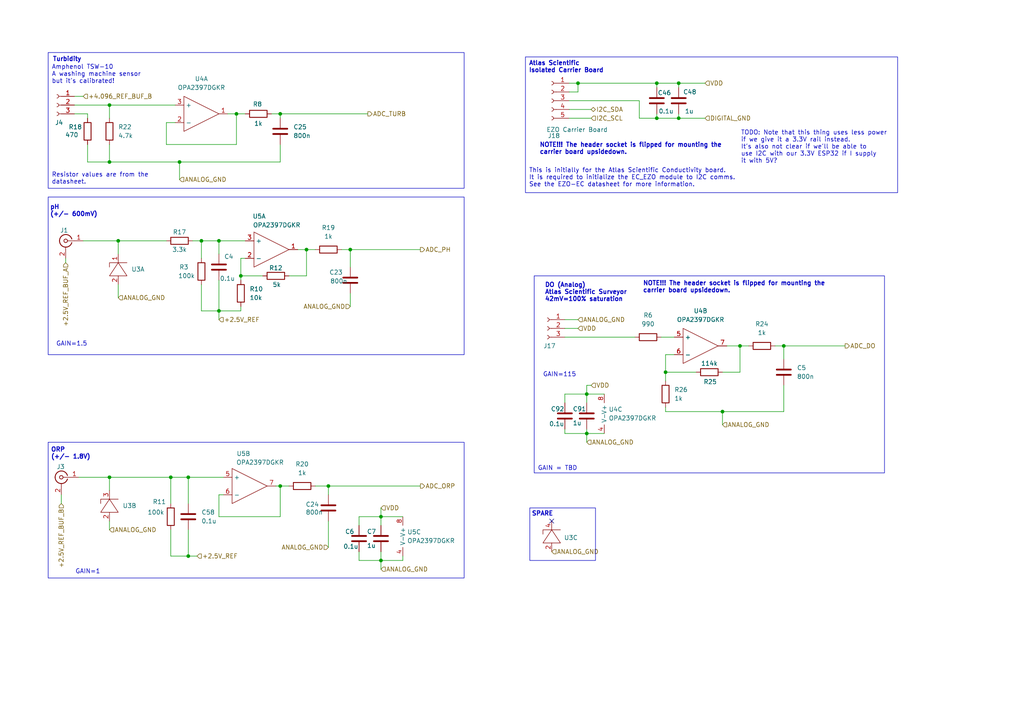
<source format=kicad_sch>
(kicad_sch (version 20231120) (generator "eeschema") (generator_version "8.0")
  (paper "A4")
  (lib_symbols
    (symbol "AndrewAdditions:sda5v3sc6_split"
      (property "Reference" "U" (at -2.794 3.302 0))
      (property "Value" "ESDA5V3SC5" (at 0 -2.54 0))
      (symbol "sda5v3sc6_split_0_1"
        (polyline (pts (xy -2.54 0) (xy -2.54 1.27) (xy 2.54 1.27)))
        (polyline (pts (xy 0 1.27) (xy -2.54 -2.54) (xy 2.54 -2.54) (xy 0 1.27)))
        (pin passive line (at 0 -5.08 90) (length 2.54) (name "") (number "2"))
      )
      (symbol "sda5v3sc6_split_1_1"
        (pin passive line (at 0 3.81 270) (length 2.54) (name "") (number "1"))
      )
      (symbol "sda5v3sc6_split_2_1"
        (pin passive line (at 0 3.81 270) (length 2.54) (name "") (number "3"))
      )
      (symbol "sda5v3sc6_split_3_1"
        (pin passive line (at 0 3.81 270) (length 2.54) (name "") (number "4"))
      )
      (symbol "sda5v3sc6_split_4_1"
        (pin passive line (at 0 3.81 270) (length 2.54) (name "") (number "5"))
      )
    )
    (symbol "Connector:Conn_01x03_Socket" (pin_names (offset 1.016) hide)
      (property "Reference" "J" (at 0 5.08 0))
      (property "Value" "Conn_01x03_Socket" (at 0 -5.08 0))
      (symbol "Conn_01x03_Socket_1_1"
        (arc (start 0 -2.032) (mid -0.5058 -2.54) (end 0 -3.048) (stroke (width 0.1524)))
        (polyline (pts (xy -1.27 -2.54) (xy -0.508 -2.54)) (stroke (width 0.1524)))
        (polyline (pts (xy -1.27 0) (xy -0.508 0)) (stroke (width 0.1524)))
        (polyline (pts (xy -1.27 2.54) (xy -0.508 2.54)) (stroke (width 0.1524)))
        (arc (start 0 0.508) (mid -0.5058 0) (end 0 -0.508) (stroke (width 0.1524)))
        (arc (start 0 3.048) (mid -0.5058 2.54) (end 0 2.032) (stroke (width 0.1524)))
        (pin passive line (at -5.08 2.54 0) (length 3.81) (name "Pin_1") (number "1"))
        (pin passive line (at -5.08 0 0) (length 3.81) (name "Pin_2") (number "2"))
        (pin passive line (at -5.08 -2.54 0) (length 3.81) (name "Pin_3") (number "3"))
      )
    )
    (symbol "Connector:Conn_01x05_Socket" (pin_names (offset 1.016) hide)
      (property "Reference" "J" (at 0 7.62 0))
      (property "Value" "Conn_01x05_Socket" (at 0 -7.62 0))
      (symbol "Conn_01x05_Socket_1_1"
        (arc (start 0 -4.572) (mid -0.5058 -5.08) (end 0 -5.588) (stroke (width 0.1524)))
        (arc (start 0 -2.032) (mid -0.5058 -2.54) (end 0 -3.048) (stroke (width 0.1524)))
        (polyline (pts (xy -1.27 -5.08) (xy -0.508 -5.08)) (stroke (width 0.1524)))
        (polyline (pts (xy -1.27 -2.54) (xy -0.508 -2.54)) (stroke (width 0.1524)))
        (polyline (pts (xy -1.27 0) (xy -0.508 0)) (stroke (width 0.1524)))
        (polyline (pts (xy -1.27 2.54) (xy -0.508 2.54)) (stroke (width 0.1524)))
        (polyline (pts (xy -1.27 5.08) (xy -0.508 5.08)) (stroke (width 0.1524)))
        (arc (start 0 0.508) (mid -0.5058 0) (end 0 -0.508) (stroke (width 0.1524)))
        (arc (start 0 3.048) (mid -0.5058 2.54) (end 0 2.032) (stroke (width 0.1524)))
        (arc (start 0 5.588) (mid -0.5058 5.08) (end 0 4.572) (stroke (width 0.1524)))
        (pin passive line (at -5.08 5.08 0) (length 3.81) (name "Pin_1") (number "1"))
        (pin passive line (at -5.08 2.54 0) (length 3.81) (name "Pin_2") (number "2"))
        (pin passive line (at -5.08 0 0) (length 3.81) (name "Pin_3") (number "3"))
        (pin passive line (at -5.08 -2.54 0) (length 3.81) (name "Pin_4") (number "4"))
        (pin passive line (at -5.08 -5.08 0) (length 3.81) (name "Pin_5") (number "5"))
      )
    )
    (symbol "Connector:Conn_Coaxial" (pin_names (offset 1.016) hide)
      (property "Reference" "J" (at 0.254 3.048 0))
      (property "Value" "Conn_Coaxial" (at 2.921 0 90))
      (symbol "Conn_Coaxial_0_1"
        (arc (start -1.778 -0.508) (mid 0.2311 -1.8066) (end 1.778 0) (stroke (width 0.254)))
        (polyline (pts (xy -2.54 0) (xy -0.508 0)))
        (polyline (pts (xy 0 -2.54) (xy 0 -1.778)))
        (circle (center 0 0) (radius 0.508) (stroke (width 0.2032)))
        (arc (start 1.778 0) (mid 0.2099 1.8101) (end -1.778 0.508) (stroke (width 0.254)))
      )
      (symbol "Conn_Coaxial_1_1"
        (pin passive line (at -5.08 0 0) (length 2.54) (name "In") (number "1"))
        (pin passive line (at 0 -5.08 90) (length 2.54) (name "Ext") (number "2"))
      )
    )
    (symbol "Device:C" (pin_numbers hide) (pin_names (offset 0.254))
      (property "Reference" "C" (at 0.635 2.54 0))
      (property "Value" "C" (at 0.635 -2.54 0))
      (symbol "C_0_1"
        (polyline (pts (xy -2.032 -0.762) (xy 2.032 -0.762)) (stroke (width 0.508)))
        (polyline (pts (xy -2.032 0.762) (xy 2.032 0.762)) (stroke (width 0.508)))
      )
      (symbol "C_1_1"
        (pin passive line (at 0 3.81 270) (length 2.794) (name "~") (number "1"))
        (pin passive line (at 0 -3.81 90) (length 2.794) (name "~") (number "2"))
      )
    )
    (symbol "Device:R" (pin_numbers hide) (pin_names (offset 0))
      (property "Reference" "R" (at 2.032 0 90))
      (property "Value" "R" (at 0 0 90))
      (symbol "R_0_1"
        (rectangle (start -1.016 -2.54) (end 1.016 2.54) (stroke (width 0.254)))
      )
      (symbol "R_1_1"
        (pin passive line (at 0 3.81 270) (length 1.27) (name "~") (number "1"))
        (pin passive line (at 0 -3.81 90) (length 1.27) (name "~") (number "2"))
      )
    )
    (symbol "Op-Amp-Extended:OPA2397DR"
      (property "Reference" "U" (at -4.318 9.144 0))
      (property "Value" "OPA2397DGKR" (at 2.032 7.112 0))
      (symbol "OPA2397DR_1_0"
        (pin output line (at 10.16 0 180) (length 2.54) (name "") (number "1"))
        (pin input line (at -5.08 -2.54 0) (length 2.54) (name "-") (number "2"))
        (pin input line (at -5.08 2.54 0) (length 2.54) (name "+") (number "3"))
      )
      (symbol "OPA2397DR_1_1"
        (polyline (pts (xy -2.54 5.08) (xy -2.54 -5.08) (xy 7.62 0) (xy -2.54 5.08)))
      )
      (symbol "OPA2397DR_2_0"
        (pin input line (at -5.08 2.54 0) (length 2.54) (name "+") (number "5"))
        (pin input line (at -5.08 -2.54 0) (length 2.54) (name "-") (number "6"))
        (pin output line (at 10.16 0 180) (length 2.54) (name "") (number "7"))
      )
      (symbol "OPA2397DR_2_1"
        (polyline (pts (xy -2.54 5.08) (xy -2.54 -5.08) (xy 7.62 0) (xy -2.54 5.08)))
      )
      (symbol "OPA2397DR_3_0"
        (pin power_in line (at 0 -6.35 90) (length 2.54) (name "V-") (number "4"))
        (pin power_in line (at 0 5.08 270) (length 2.54) (name "V+") (number "8"))
      )
    )
  )
  (junction (at 193.04 107.95))
  (junction (at 81.28 140.97))
  (junction (at 52.07 46.99))
  (junction (at 227.33 100.33))
  (junction (at 69.85 80.01))
  (junction (at 54.61 138.43))
  (junction (at 81.28 33.02))
  (junction (at 63.5 90.17))
  (junction (at 101.6 72.39))
  (junction (at 31.75 46.99))
  (junction (at 170.18 114.3))
  (junction (at 54.61 161.29))
  (junction (at 209.55 119.38))
  (junction (at 63.5 69.85))
  (junction (at 68.58 33.02))
  (junction (at 31.75 30.48))
  (junction (at 34.29 69.85))
  (junction (at 190.5 34.29))
  (junction (at 58.42 69.85))
  (junction (at 49.53 138.43))
  (junction (at 190.5 24.13))
  (junction (at 110.49 149.86))
  (junction (at 95.25 140.97))
  (junction (at 196.85 34.29))
  (junction (at 110.49 162.56))
  (junction (at 196.85 24.13))
  (junction (at 88.9 72.39))
  (junction (at 214.63 100.33))
  (junction (at 167.64 24.13))
  (junction (at 31.75 138.43))
  (junction (at 170.18 125.73))
  (no_connect (at 160.02 151.13))
  (wire (pts (xy 63.5 90.17) (xy 69.85 90.17)))
  (wire (pts (xy 95.25 140.97) (xy 91.44 140.97)))
  (wire (pts (xy 69.85 80.01) (xy 76.2 80.01)))
  (wire (pts (xy 55.88 69.85) (xy 58.42 69.85)))
  (wire (pts (xy 63.5 149.86) (xy 81.28 149.86)))
  (wire (pts (xy 31.75 138.43) (xy 31.75 142.24)))
  (wire (pts (xy 116.84 161.29) (xy 116.84 162.56)))
  (wire (pts (xy 69.85 80.01) (xy 69.85 81.28)))
  (wire (pts (xy 171.45 111.76) (xy 170.18 111.76)))
  (wire (pts (xy 58.42 82.55) (xy 58.42 90.17)))
  (wire (pts (xy 110.49 149.86) (xy 116.84 149.86)))
  (wire (pts (xy 190.5 34.29) (xy 196.85 34.29)))
  (wire (pts (xy 22.86 138.43) (xy 31.75 138.43)))
  (wire (pts (xy 227.33 111.76) (xy 227.33 119.38)))
  (wire (pts (xy 19.05 76.2) (xy 19.05 74.93)))
  (wire (pts (xy 170.18 124.46) (xy 170.18 125.73)))
  (wire (pts (xy 34.29 82.55) (xy 34.29 86.36)))
  (wire (pts (xy 48.26 41.91) (xy 68.58 41.91)))
  (wire (pts (xy 63.5 81.28) (xy 63.5 90.17)))
  (wire (pts (xy 63.5 90.17) (xy 63.5 92.71)))
  (wire (pts (xy 21.59 27.94) (xy 24.13 27.94)))
  (wire (pts (xy 104.14 149.86) (xy 110.49 149.86)))
  (wire (pts (xy 95.25 140.97) (xy 121.92 140.97)))
  (wire (pts (xy 54.61 138.43) (xy 64.77 138.43)))
  (wire (pts (xy 193.04 119.38) (xy 193.04 118.11)))
  (wire (pts (xy 58.42 69.85) (xy 58.42 74.93)))
  (wire (pts (xy 17.78 146.05) (xy 17.78 143.51)))
  (wire (pts (xy 214.63 100.33) (xy 214.63 107.95)))
  (wire (pts (xy 163.83 125.73) (xy 170.18 125.73)))
  (wire (pts (xy 163.83 95.25) (xy 167.64 95.25)))
  (wire (pts (xy 88.9 72.39) (xy 88.9 80.01)))
  (wire (pts (xy 190.5 24.13) (xy 196.85 24.13)))
  (wire (pts (xy 24.13 69.85) (xy 34.29 69.85)))
  (wire (pts (xy 224.79 100.33) (xy 227.33 100.33)))
  (wire (pts (xy 31.75 30.48) (xy 31.75 34.29)))
  (wire (pts (xy 110.49 160.02) (xy 110.49 162.56)))
  (wire (pts (xy 95.25 151.13) (xy 95.25 158.75)))
  (wire (pts (xy 191.77 97.79) (xy 195.58 97.79)))
  (wire (pts (xy 110.49 162.56) (xy 110.49 165.1)))
  (wire (pts (xy 101.6 72.39) (xy 101.6 77.47)))
  (wire (pts (xy 170.18 114.3) (xy 170.18 116.84)))
  (wire (pts (xy 190.5 24.13) (xy 190.5 25.4)))
  (wire (pts (xy 21.59 30.48) (xy 31.75 30.48)))
  (wire (pts (xy 81.28 149.86) (xy 81.28 140.97)))
  (wire (pts (xy 58.42 69.85) (xy 63.5 69.85)))
  (wire (pts (xy 68.58 33.02) (xy 71.12 33.02)))
  (wire (pts (xy 193.04 102.87) (xy 193.04 107.95)))
  (wire (pts (xy 195.58 102.87) (xy 193.04 102.87)))
  (wire (pts (xy 25.4 41.91) (xy 25.4 46.99)))
  (wire (pts (xy 31.75 46.99) (xy 52.07 46.99)))
  (wire (pts (xy 165.1 34.29) (xy 171.45 34.29)))
  (wire (pts (xy 49.53 153.67) (xy 49.53 161.29)))
  (wire (pts (xy 104.14 160.02) (xy 104.14 162.56)))
  (wire (pts (xy 49.53 161.29) (xy 54.61 161.29)))
  (wire (pts (xy 170.18 111.76) (xy 170.18 114.3)))
  (wire (pts (xy 49.53 138.43) (xy 49.53 146.05)))
  (wire (pts (xy 69.85 74.93) (xy 69.85 80.01)))
  (wire (pts (xy 88.9 80.01) (xy 83.82 80.01)))
  (wire (pts (xy 81.28 33.02) (xy 106.68 33.02)))
  (wire (pts (xy 185.42 34.29) (xy 190.5 34.29)))
  (wire (pts (xy 110.49 149.86) (xy 110.49 152.4)))
  (wire (pts (xy 86.36 72.39) (xy 88.9 72.39)))
  (wire (pts (xy 185.42 29.21) (xy 165.1 29.21)))
  (wire (pts (xy 227.33 100.33) (xy 227.33 104.14)))
  (wire (pts (xy 196.85 33.02) (xy 196.85 34.29)))
  (wire (pts (xy 163.83 97.79) (xy 184.15 97.79)))
  (wire (pts (xy 34.29 69.85) (xy 48.26 69.85)))
  (wire (pts (xy 101.6 72.39) (xy 121.92 72.39)))
  (wire (pts (xy 81.28 33.02) (xy 78.74 33.02)))
  (wire (pts (xy 110.49 162.56) (xy 116.84 162.56)))
  (wire (pts (xy 63.5 143.51) (xy 63.5 149.86)))
  (wire (pts (xy 31.75 41.91) (xy 31.75 46.99)))
  (wire (pts (xy 165.1 24.13) (xy 167.64 24.13)))
  (wire (pts (xy 68.58 41.91) (xy 68.58 33.02)))
  (wire (pts (xy 63.5 69.85) (xy 63.5 73.66)))
  (wire (pts (xy 209.55 107.95) (xy 214.63 107.95)))
  (wire (pts (xy 21.59 33.02) (xy 25.4 33.02)))
  (wire (pts (xy 210.82 100.33) (xy 214.63 100.33)))
  (wire (pts (xy 193.04 107.95) (xy 193.04 110.49)))
  (wire (pts (xy 52.07 46.99) (xy 81.28 46.99)))
  (wire (pts (xy 163.83 116.84) (xy 163.83 114.3)))
  (wire (pts (xy 193.04 107.95) (xy 201.93 107.95)))
  (wire (pts (xy 185.42 34.29) (xy 185.42 29.21)))
  (wire (pts (xy 167.64 26.67) (xy 167.64 24.13)))
  (wire (pts (xy 170.18 125.73) (xy 175.26 125.73)))
  (wire (pts (xy 25.4 46.99) (xy 31.75 46.99)))
  (wire (pts (xy 227.33 100.33) (xy 245.11 100.33)))
  (wire (pts (xy 214.63 100.33) (xy 217.17 100.33)))
  (wire (pts (xy 71.12 74.93) (xy 69.85 74.93)))
  (wire (pts (xy 34.29 69.85) (xy 34.29 73.66)))
  (wire (pts (xy 95.25 140.97) (xy 95.25 143.51)))
  (wire (pts (xy 31.75 151.13) (xy 31.75 153.67)))
  (wire (pts (xy 81.28 34.29) (xy 81.28 33.02)))
  (wire (pts (xy 209.55 119.38) (xy 209.55 123.19)))
  (wire (pts (xy 81.28 140.97) (xy 80.01 140.97)))
  (wire (pts (xy 54.61 153.67) (xy 54.61 161.29)))
  (wire (pts (xy 196.85 24.13) (xy 196.85 25.4)))
  (wire (pts (xy 196.85 34.29) (xy 204.47 34.29)))
  (wire (pts (xy 54.61 138.43) (xy 54.61 146.05)))
  (wire (pts (xy 81.28 140.97) (xy 83.82 140.97)))
  (wire (pts (xy 54.61 161.29) (xy 57.15 161.29)))
  (wire (pts (xy 69.85 90.17) (xy 69.85 88.9)))
  (wire (pts (xy 165.1 31.75) (xy 171.45 31.75)))
  (wire (pts (xy 163.83 114.3) (xy 170.18 114.3)))
  (wire (pts (xy 58.42 90.17) (xy 63.5 90.17)))
  (wire (pts (xy 190.5 34.29) (xy 190.5 33.02)))
  (wire (pts (xy 101.6 72.39) (xy 99.06 72.39)))
  (wire (pts (xy 110.49 147.32) (xy 110.49 149.86)))
  (wire (pts (xy 50.8 30.48) (xy 31.75 30.48)))
  (wire (pts (xy 64.77 143.51) (xy 63.5 143.51)))
  (wire (pts (xy 25.4 33.02) (xy 25.4 34.29)))
  (wire (pts (xy 165.1 26.67) (xy 167.64 26.67)))
  (wire (pts (xy 101.6 85.09) (xy 101.6 88.9)))
  (wire (pts (xy 88.9 72.39) (xy 91.44 72.39)))
  (wire (pts (xy 196.85 24.13) (xy 204.47 24.13)))
  (wire (pts (xy 50.8 35.56) (xy 48.26 35.56)))
  (wire (pts (xy 104.14 152.4) (xy 104.14 149.86)))
  (wire (pts (xy 167.64 24.13) (xy 190.5 24.13)))
  (wire (pts (xy 48.26 35.56) (xy 48.26 41.91)))
  (wire (pts (xy 209.55 119.38) (xy 227.33 119.38)))
  (wire (pts (xy 52.07 52.07) (xy 52.07 46.99)))
  (wire (pts (xy 170.18 114.3) (xy 175.26 114.3)))
  (wire (pts (xy 63.5 69.85) (xy 71.12 69.85)))
  (wire (pts (xy 104.14 162.56) (xy 110.49 162.56)))
  (wire (pts (xy 49.53 138.43) (xy 54.61 138.43)))
  (wire (pts (xy 193.04 119.38) (xy 209.55 119.38)))
  (wire (pts (xy 163.83 92.71) (xy 167.64 92.71)))
  (wire (pts (xy 66.04 33.02) (xy 68.58 33.02)))
  (wire (pts (xy 170.18 125.73) (xy 170.18 128.27)))
  (wire (pts (xy 163.83 124.46) (xy 163.83 125.73)))
  (wire (pts (xy 81.28 41.91) (xy 81.28 46.99)))
  (wire (pts (xy 31.75 138.43) (xy 49.53 138.43)))
  (rectangle (start 153.67 147.32) (end 172.72 162.56))
  (rectangle (start 13.97 128.27) (end 134.62 167.64))
  (rectangle (start 13.97 15.24) (end 134.62 54.61))
  (rectangle (start 13.97 57.15) (end 134.62 102.87))
  (rectangle (start 154.94 80.01) (end 256.54 137.16))
  (text_box "Atlas Scientific\nIsolated Carrier Board" (at 152.4 16.51 0) (size 107.95 39.37) (effects (font (size 1.27 1.27) (thickness 0.254) (bold yes)) (justify left top)))
  (text "TODO: Note that this thing uses less power\nif we give it a 3.3V rail instead. \nIt's also not clear if we'll be able to \nuse I2C with our 3.3V ESP32 if I supply \nit with 5V?" (at 214.884 42.672 0) (effects (font (size 1.27 1.27)) (justify left)))
  (text "Turbidity" (at 15.24 17.272 0) (effects (font (size 1.27 1.27) (thickness 0.254) (bold yes)) (justify left)))
  (text "NOTE!!! The header socket is flipped for mounting the \ncarrier board upsidedown." (at 186.436 83.312 0) (effects (font (size 1.27 1.27) (thickness 0.254) (bold yes)) (justify left)))
  (text "Amphenol TSW-10 \nA washing machine sensor \nbut it's calibrated!\n" (at 14.986 21.59 0) (effects (font (size 1.27 1.27)) (justify left)))
  (text "GAIN=1.5\n\n" (at 16.256 100.838 0) (effects (font (size 1.27 1.27)) (justify left)))
  (text "GAIN=1" (at 21.844 165.862 0) (effects (font (size 1.27 1.27)) (justify left)))
  (text "Resistor values are from the \ndatasheet." (at 14.986 51.816 0) (effects (font (size 1.27 1.27)) (justify left)))
  (text "ORP \n(+/- 1.8V)" (at 14.732 131.572 0) (effects (font (size 1.27 1.27) (thickness 0.254) (bold yes)) (justify left)))
  (text "pH \n(+/- 600mV)" (at 14.478 61.214 0) (effects (font (size 1.27 1.27) (thickness 0.254) (bold yes)) (justify left)))
  (text "GAIN = TBD\n" (at 155.956 135.89 0) (effects (font (size 1.27 1.27)) (justify left)))
  (text "DO (Analog)\nAtlas Scientific Surveyor\n42mV=100% saturation" (at 157.988 84.836 0) (effects (font (size 1.27 1.27) (thickness 0.254) (bold yes)) (justify left)))
  (text "This is initially for the Atlas Scientific Conductivity board.\nIt is required to initialize the EC_EZO module to I2C comms.\nSee the EZO-EC datasheet for more information." (at 153.416 51.562 0) (effects (font (size 1.27 1.27) (thickness 0.1588)) (justify left)))
  (text "NOTE!!! The header socket is flipped for mounting the \ncarrier board upsidedown." (at 156.464 43.18 0) (effects (font (size 1.27 1.27) (thickness 0.254) (bold yes)) (justify left)))
  (text "SPARE" (at 154.178 149.098 0) (effects (font (size 1.27 1.27) (thickness 0.254) (bold yes)) (justify left)))
  (text "GAIN=115" (at 162.306 108.712 0) (effects (font (size 1.27 1.27))))
  (hierarchical_label "VDD" (shape input) (at 171.45 111.76 0))
  (hierarchical_label "ANALOG_GND" (shape input) (at 110.49 165.1 0))
  (hierarchical_label "DIGITAL_GND" (shape input) (at 204.47 34.29 0))
  (hierarchical_label "+2.5V_REF_BUF_B" (shape input) (at 17.78 146.05 270))
  (hierarchical_label "ANALOG_GND" (shape input) (at 170.18 128.27 0))
  (hierarchical_label "ADC_PH" (shape output) (at 121.92 72.39 0))
  (hierarchical_label "ADC_TURB" (shape output) (at 106.68 33.02 0))
  (hierarchical_label "VDD" (shape input) (at 167.64 95.25 0))
  (hierarchical_label "+2.5V_REF" (shape input) (at 57.15 161.29 0))
  (hierarchical_label "ADC_DO" (shape output) (at 245.11 100.33 0))
  (hierarchical_label "VDD" (shape input) (at 110.49 147.32 0))
  (hierarchical_label "ADC_ORP" (shape output) (at 121.92 140.97 0))
  (hierarchical_label "+2.5V_REF_BUF_A" (shape input) (at 19.05 76.2 270))
  (hierarchical_label "ANALOG_GND" (shape input) (at 209.55 123.19 0))
  (hierarchical_label "ANALOG_GND" (shape input) (at 52.07 52.07 0))
  (hierarchical_label "ANALOG_GND" (shape input) (at 101.6 88.9 180))
  (hierarchical_label "VDD" (shape input) (at 204.47 24.13 0))
  (hierarchical_label "I2C_SCL" (shape input) (at 171.45 34.29 0))
  (hierarchical_label "ANALOG_GND" (shape input) (at 31.75 153.67 0))
  (hierarchical_label "I2C_SDA" (shape bidirectional) (at 171.45 31.75 0))
  (hierarchical_label "+4.096_REF_BUF_B" (shape input) (at 24.13 27.94 0))
  (hierarchical_label "ANALOG_GND" (shape input) (at 95.25 158.75 180))
  (hierarchical_label "ANALOG_GND" (shape input) (at 167.64 92.71 0))
  (hierarchical_label "ANALOG_GND" (shape input) (at 34.29 86.36 0))
  (hierarchical_label "+2.5V_REF" (shape input) (at 63.5 92.71 0))
  (hierarchical_label "ANALOG_GND" (shape input) (at 160.02 160.02 0))
  (symbol (lib_id "AndrewAdditions:sda5v3sc6_split") (at 34.29 77.47 0) (unit 1)
    (property "Reference" "U3" (at 38.1 78.1049 0) (effects (justify left)))
    (property "Value" "ESDA5V3SC5" (effects (hide yes)))
    (property "Footprint" "Package_TO_SOT_SMD:SOT-23-5" (effects (hide yes)))
    (property "Datasheet" "https://www.st.com/resource/en/datasheet/esda5v3sc6.pdf" (effects (hide yes)))
    (property "Description" "Quad TVS Diode Array, 5.3V Standoff, 4 Channels, 400W, ±30kV, SOT-23-5 Keywords: usb esd protection suppression transient" (effects (hide yes)))
  )
  (symbol (lib_id "Device:R") (at 25.4 38.1 180) (unit 1)
    (property "Reference" "R18" (at 21.844 36.83 0))
    (property "Value" "470" (at 20.828 39.116 0))
    (property "Footprint" "Resistor_SMD:R_1210_3225Metric_Pad1.30x2.65mm_HandSolder" (effects (hide yes)))
    (property "Description" "Resistor" (effects (hide yes)))
  )
  (symbol (lib_id "Device:R") (at 193.04 114.3 180) (unit 1)
    (property "Reference" "R26" (at 195.58 113.0299 0) (effects (justify right)))
    (property "Value" "1k" (at 195.58 115.5699 0) (effects (justify right)))
    (property "Footprint" "Resistor_SMD:R_1210_3225Metric_Pad1.30x2.65mm_HandSolder" (effects (hide yes)))
    (property "Description" "Resistor" (effects (hide yes)))
  )
  (symbol (lib_id "Device:R") (at 95.25 72.39 90) (unit 1)
    (property "Reference" "R19" (at 95.25 66.04 90))
    (property "Value" "1k" (at 95.25 68.58 90))
    (property "Footprint" "Resistor_SMD:R_1210_3225Metric_Pad1.30x2.65mm_HandSolder" (effects (hide yes)))
    (property "Description" "Resistor" (effects (hide yes)))
  )
  (symbol (lib_id "Device:R") (at 74.93 33.02 90) (unit 1)
    (property "Reference" "R8" (at 74.676 30.226 90))
    (property "Value" "1k" (at 74.93 35.814 90))
    (property "Footprint" "Resistor_SMD:R_1210_3225Metric_Pad1.30x2.65mm_HandSolder" (effects (hide yes)))
    (property "Description" "Resistor" (effects (hide yes)))
  )
  (symbol (lib_id "AndrewAdditions:sda5v3sc6_split") (at 31.75 146.05 0) (unit 2)
    (property "Reference" "U3" (at 35.56 146.6849 0) (effects (justify left)))
    (property "Value" "ESDA5V3SC5" (effects (hide yes)))
    (property "Footprint" "Package_TO_SOT_SMD:SOT-23-5" (effects (hide yes)))
    (property "Datasheet" "https://www.st.com/resource/en/datasheet/esda5v3sc6.pdf" (effects (hide yes)))
    (property "Description" "Quad TVS Diode Array, 5.3V Standoff, 4 Channels, 400W, ±30kV, SOT-23-5 Keywords: usb esd protection suppression transient" (effects (hide yes)))
  )
  (symbol (lib_id "Device:R") (at 49.53 149.86 180) (unit 1)
    (property "Reference" "R11" (at 46.228 145.542 0))
    (property "Value" "100k" (at 45.212 148.59 0))
    (property "Footprint" "Resistor_SMD:R_1210_3225Metric_Pad1.30x2.65mm_HandSolder" (effects (hide yes)))
    (property "Description" "Resistor" (effects (hide yes)))
  )
  (symbol (lib_id "Op-Amp-Extended:OPA2397DR") (at 69.85 140.97 0) (unit 2)
    (property "Reference" "U5" (at 70.612 131.572 0))
    (property "Value" "OPA2397DGKR" (at 75.438 134.112 0))
    (property "Footprint" "Package_SO:SOIC-8_3.9x4.9mm_P1.27mm" (effects (hide yes)))
    (property "Datasheet" "https://www.ti.com/lit/ds/symlink/opa397.pdf?ts=1748528678280&ref_url=https%253A%252F%252Fwww.ti.com%252Fproduct%252FOPA397" (effects (hide yes)))
    (property "Description" "Precision, Low-Offset-Voltage, Low-Noise, Low-Input-Bias-Current, Rail-to-Rail I/O, e-trim™ Operational Amplifiers" (effects (hide yes)))
  )
  (symbol (lib_id "Device:C") (at 104.14 156.21 0) (unit 1)
    (property "Reference" "C6" (at 100.076 154.178 0) (effects (justify left)))
    (property "Value" "0.1u" (at 99.568 158.496 0) (effects (justify left)))
    (property "Footprint" "Capacitor_SMD:C_1210_3225Metric_Pad1.33x2.70mm_HandSolder" (effects (hide yes)))
    (property "Description" "Unpolarized capacitor" (effects (hide yes)))
  )
  (symbol (lib_id "Device:C") (at 196.85 29.21 0) (unit 1)
    (property "Reference" "C48" (at 198.12 26.67 0) (effects (justify left)))
    (property "Value" "1u" (at 198.628 32.258 0) (effects (justify left)))
    (property "Footprint" "Capacitor_SMD:C_1210_3225Metric_Pad1.33x2.70mm_HandSolder" (effects (hide yes)))
    (property "Description" "Unpolarized capacitor" (effects (hide yes)))
  )
  (symbol (lib_id "Connector:Conn_Coaxial") (at 19.05 69.85 0) (mirror y) (unit 1)
    (property "Reference" "J1" (at 19.812 66.802 0) (effects (justify left)))
    (property "Value" "pH_IN" (effects (hide yes)))
    (property "Footprint" "Connector_PinHeader_2.54mm:PinHeader_1x02_P2.54mm_Vertical_SMD_Pin1Left" (effects (hide yes)))
    (property "Description" "coaxial connector (BNC, SMA, SMB, SMC, Cinch/RCA, LEMO, ...)" (effects (hide yes)))
  )
  (symbol (lib_id "Device:R") (at 58.42 78.74 180) (unit 1)
    (property "Reference" "R3" (at 53.34 77.47 0))
    (property "Value" "100k" (at 54.102 80.01 0))
    (property "Footprint" "Resistor_SMD:R_1210_3225Metric_Pad1.30x2.65mm_HandSolder" (effects (hide yes)))
    (property "Description" "Resistor" (effects (hide yes)))
  )
  (symbol (lib_id "AndrewAdditions:sda5v3sc6_split") (at 160.02 154.94 0) (unit 3)
    (property "Reference" "U3" (at 163.576 155.956 0) (effects (justify left)))
    (property "Value" "ESDA5V3SC5" (effects (hide yes)))
    (property "Footprint" "Package_TO_SOT_SMD:SOT-23-5" (effects (hide yes)))
    (property "Datasheet" "https://www.st.com/resource/en/datasheet/esda5v3sc6.pdf" (effects (hide yes)))
    (property "Description" "Quad TVS Diode Array, 5.3V Standoff, 4 Channels, 400W, ±30kV, SOT-23-5 Keywords: usb esd protection suppression transient" (effects (hide yes)))
  )
  (symbol (lib_id "Device:C") (at 163.83 120.65 0) (unit 1)
    (property "Reference" "C92" (at 159.766 118.618 0) (effects (justify left)))
    (property "Value" "0.1u" (at 159.258 122.936 0) (effects (justify left)))
    (property "Footprint" "Capacitor_SMD:C_1210_3225Metric_Pad1.33x2.70mm_HandSolder" (effects (hide yes)))
    (property "Description" "Unpolarized capacitor" (effects (hide yes)))
  )
  (symbol (lib_id "Connector:Conn_01x03_Socket") (at 16.51 30.48 0) (mirror y) (unit 1)
    (property "Reference" "J4" (at 17.145 35.56 0))
    (property "Value" "Turbidity TSW-10" (effects (hide yes)))
    (property "Footprint" "Connector_PinHeader_2.54mm:PinHeader_1x03_P2.54mm_Vertical_SMD_Pin1Left" (effects (hide yes)))
    (property "Description" "Generic connector, single row, 01x03, script generated" (effects (hide yes)))
  )
  (symbol (lib_id "Device:C") (at 101.6 81.28 0) (unit 1)
    (property "Reference" "C23" (at 95.504 78.994 0) (effects (justify left)))
    (property "Value" "800n" (at 95.758 81.534 0) (effects (justify left)))
    (property "Footprint" "Capacitor_SMD:C_1210_3225Metric_Pad1.33x2.70mm_HandSolder" (effects (hide yes)))
    (property "Description" "Unpolarized capacitor" (effects (hide yes)))
  )
  (symbol (lib_id "Device:C") (at 63.5 77.47 0) (unit 1)
    (property "Reference" "C4" (at 65.024 74.422 0) (effects (justify left)))
    (property "Value" "0.1u" (at 63.754 80.772 0) (effects (justify left)))
    (property "Footprint" "Capacitor_SMD:C_1210_3225Metric_Pad1.33x2.70mm_HandSolder" (effects (hide yes)))
    (property "Description" "Unpolarized capacitor" (effects (hide yes)))
  )
  (symbol (lib_id "Op-Amp-Extended:OPA2397DR") (at 76.2 72.39 0) (unit 1)
    (property "Reference" "U5" (at 75.184 62.738 0))
    (property "Value" "OPA2397DGKR" (at 80.264 65.278 0))
    (property "Footprint" "Package_SO:SOIC-8_3.9x4.9mm_P1.27mm" (effects (hide yes)))
    (property "Datasheet" "https://www.ti.com/lit/ds/symlink/opa397.pdf?ts=1748528678280&ref_url=https%253A%252F%252Fwww.ti.com%252Fproduct%252FOPA397" (effects (hide yes)))
    (property "Description" "Precision, Low-Offset-Voltage, Low-Noise, Low-Input-Bias-Current, Rail-to-Rail I/O, e-trim™ Operational Amplifiers" (effects (hide yes)))
  )
  (symbol (lib_id "Device:R") (at 69.85 85.09 180) (unit 1)
    (property "Reference" "R10" (at 72.39 83.8199 0) (effects (justify right)))
    (property "Value" "10k" (at 72.39 86.3599 0) (effects (justify right)))
    (property "Footprint" "Resistor_SMD:R_1210_3225Metric_Pad1.30x2.65mm_HandSolder" (effects (hide yes)))
    (property "Description" "Resistor" (effects (hide yes)))
  )
  (symbol (lib_id "Connector:Conn_01x05_Socket") (at 160.02 29.21 0) (mirror y) (unit 1)
    (property "Reference" "J18" (at 160.655 39.37 0))
    (property "Value" "EZO Carrier Board" (at 167.386 37.592 0))
    (property "Footprint" "Connector_PinSocket_2.54mm:PinSocket_1x05_P2.54mm_Vertical" (effects (hide yes)))
    (property "Description" "Generic connector, single row, 01x05, script generated" (effects (hide yes)))
  )
  (symbol (lib_id "Device:C") (at 54.61 149.86 0) (unit 1)
    (property "Reference" "C58" (at 58.42 148.5899 0) (effects (justify left)))
    (property "Value" "0.1u" (at 58.42 151.1299 0) (effects (justify left)))
    (property "Footprint" "Capacitor_SMD:C_1210_3225Metric_Pad1.33x2.70mm_HandSolder" (effects (hide yes)))
    (property "Description" "Unpolarized capacitor" (effects (hide yes)))
  )
  (symbol (lib_id "Device:C") (at 170.18 120.65 0) (unit 1)
    (property "Reference" "C91" (at 166.116 118.618 0) (effects (justify left)))
    (property "Value" "1u" (at 166.116 122.682 0) (effects (justify left)))
    (property "Footprint" "Capacitor_SMD:C_1210_3225Metric_Pad1.33x2.70mm_HandSolder" (effects (hide yes)))
    (property "Description" "Unpolarized capacitor" (effects (hide yes)))
  )
  (symbol (lib_id "Device:C") (at 190.5 29.21 0) (unit 1)
    (property "Reference" "C46" (at 190.754 26.924 0) (effects (justify left)))
    (property "Value" "0.1u" (at 191.008 32.258 0) (effects (justify left)))
    (property "Footprint" "Capacitor_SMD:C_1210_3225Metric_Pad1.33x2.70mm_HandSolder" (effects (hide yes)))
    (property "Description" "Unpolarized capacitor" (effects (hide yes)))
  )
  (symbol (lib_id "Device:R") (at 80.01 80.01 90) (unit 1)
    (property "Reference" "R12" (at 80.01 77.724 90))
    (property "Value" "5k" (at 80.264 82.55 90))
    (property "Footprint" "Resistor_SMD:R_1210_3225Metric_Pad1.30x2.65mm_HandSolder" (effects (hide yes)))
    (property "Description" "Resistor" (effects (hide yes)))
  )
  (symbol (lib_id "Device:C") (at 95.25 147.32 0) (unit 1)
    (property "Reference" "C24" (at 88.646 146.304 0) (effects (justify left)))
    (property "Value" "800n" (at 88.646 148.59 0) (effects (justify left)))
    (property "Footprint" "Capacitor_SMD:C_1210_3225Metric_Pad1.33x2.70mm_HandSolder" (effects (hide yes)))
    (property "Description" "Unpolarized capacitor" (effects (hide yes)))
  )
  (symbol (lib_id "Connector:Conn_01x03_Socket") (at 158.75 95.25 0) (mirror y) (unit 1)
    (property "Reference" "J17" (at 159.385 100.33 0))
    (property "Value" "Atlas Surveyor" (effects (hide yes)))
    (property "Footprint" "Connector_PinSocket_2.54mm:PinSocket_1x03_P2.54mm_Vertical" (effects (hide yes)))
    (property "Description" "Generic connector, single row, 01x03, script generated" (effects (hide yes)))
  )
  (symbol (lib_id "Device:R") (at 31.75 38.1 180) (unit 1)
    (property "Reference" "R22" (at 34.29 36.8299 0) (effects (justify right)))
    (property "Value" "4.7k" (at 34.29 39.3699 0) (effects (justify right)))
    (property "Footprint" "Resistor_SMD:R_1210_3225Metric_Pad1.30x2.65mm_HandSolder" (effects (hide yes)))
    (property "Description" "Resistor" (effects (hide yes)))
  )
  (symbol (lib_id "Connector:Conn_Coaxial") (at 17.78 138.43 0) (mirror y) (unit 1)
    (property "Reference" "J3" (at 18.796 135.382 0) (effects (justify left)))
    (property "Value" "ORP_In" (effects (hide yes)))
    (property "Footprint" "Connector_PinHeader_2.54mm:PinHeader_1x02_P2.54mm_Vertical_SMD_Pin1Left" (effects (hide yes)))
    (property "Description" "coaxial connector (BNC, SMA, SMB, SMC, Cinch/RCA, LEMO, ...)" (effects (hide yes)))
  )
  (symbol (lib_id "Device:C") (at 227.33 107.95 0) (unit 1)
    (property "Reference" "C5" (at 231.14 106.6799 0) (effects (justify left)))
    (property "Value" "800n" (at 231.14 109.2199 0) (effects (justify left)))
    (property "Footprint" "Capacitor_SMD:C_1210_3225Metric_Pad1.33x2.70mm_HandSolder" (effects (hide yes)))
    (property "Description" "Unpolarized capacitor" (effects (hide yes)))
  )
  (symbol (lib_id "Device:C") (at 110.49 156.21 0) (unit 1)
    (property "Reference" "C7" (at 106.426 154.178 0) (effects (justify left)))
    (property "Value" "1u" (at 106.426 158.242 0) (effects (justify left)))
    (property "Footprint" "Capacitor_SMD:C_1210_3225Metric_Pad1.33x2.70mm_HandSolder" (effects (hide yes)))
    (property "Description" "Unpolarized capacitor" (effects (hide yes)))
  )
  (symbol (lib_id "Device:R") (at 87.63 140.97 90) (unit 1)
    (property "Reference" "R20" (at 87.63 134.62 90))
    (property "Value" "1k" (at 87.63 137.16 90))
    (property "Footprint" "Resistor_SMD:R_1210_3225Metric_Pad1.30x2.65mm_HandSolder" (effects (hide yes)))
    (property "Description" "Resistor" (effects (hide yes)))
  )
  (symbol (lib_id "Op-Amp-Extended:OPA2397DR") (at 116.84 154.94 0) (unit 3)
    (property "Reference" "U5" (at 118.11 154.3049 0) (effects (justify left)))
    (property "Value" "OPA2397DGKR" (at 118.11 156.8449 0) (effects (justify left)))
    (property "Footprint" "Package_SO:SOIC-8_3.9x4.9mm_P1.27mm" (effects (hide yes)))
    (property "Datasheet" "https://www.ti.com/lit/ds/symlink/opa397.pdf?ts=1748528678280&ref_url=https%253A%252F%252Fwww.ti.com%252Fproduct%252FOPA397" (effects (hide yes)))
    (property "Description" "Precision, Low-Offset-Voltage, Low-Noise, Low-Input-Bias-Current, Rail-to-Rail I/O, e-trim™ Operational Amplifiers" (effects (hide yes)))
  )
  (symbol (lib_id "Device:R") (at 52.07 69.85 90) (unit 1)
    (property "Reference" "R17" (at 52.07 67.31 90))
    (property "Value" "3.3k" (at 52.07 72.39 90))
    (property "Footprint" "Resistor_SMD:R_1210_3225Metric_Pad1.30x2.65mm_HandSolder" (effects (hide yes)))
    (property "Description" "Resistor" (effects (hide yes)))
  )
  (symbol (lib_id "Op-Amp-Extended:OPA2397DR") (at 55.88 33.02 0) (unit 1)
    (property "Reference" "U4" (at 58.42 22.86 0))
    (property "Value" "OPA2397DGKR" (at 58.42 25.4 0))
    (property "Footprint" "Package_SO:SOIC-8_3.9x4.9mm_P1.27mm" (effects (hide yes)))
    (property "Datasheet" "https://www.ti.com/lit/ds/symlink/opa397.pdf?ts=1748528678280&ref_url=https%253A%252F%252Fwww.ti.com%252Fproduct%252FOPA397" (effects (hide yes)))
    (property "Description" "Precision, Low-Offset-Voltage, Low-Noise, Low-Input-Bias-Current, Rail-to-Rail I/O, e-trim™ Operational Amplifiers" (effects (hide yes)))
  )
  (symbol (lib_id "Op-Amp-Extended:OPA2397DR") (at 200.66 100.33 0) (unit 2)
    (property "Reference" "U4" (at 203.2 90.17 0))
    (property "Value" "OPA2397DGKR" (at 203.2 92.71 0))
    (property "Footprint" "Package_SO:SOIC-8_3.9x4.9mm_P1.27mm" (effects (hide yes)))
    (property "Datasheet" "https://www.ti.com/lit/ds/symlink/opa397.pdf?ts=1748528678280&ref_url=https%253A%252F%252Fwww.ti.com%252Fproduct%252FOPA397" (effects (hide yes)))
    (property "Description" "Precision, Low-Offset-Voltage, Low-Noise, Low-Input-Bias-Current, Rail-to-Rail I/O, e-trim™ Operational Amplifiers" (effects (hide yes)))
  )
  (symbol (lib_id "Device:R") (at 220.98 100.33 90) (unit 1)
    (property "Reference" "R24" (at 220.98 93.98 90))
    (property "Value" "1k" (at 220.98 96.52 90))
    (property "Footprint" "Resistor_SMD:R_1210_3225Metric_Pad1.30x2.65mm_HandSolder" (effects (hide yes)))
    (property "Description" "Resistor" (effects (hide yes)))
  )
  (symbol (lib_id "Op-Amp-Extended:OPA2397DR") (at 175.26 119.38 0) (unit 3)
    (property "Reference" "U4" (at 176.53 118.7449 0) (effects (justify left)))
    (property "Value" "OPA2397DGKR" (at 176.53 121.2849 0) (effects (justify left)))
    (property "Footprint" "Package_SO:SOIC-8_3.9x4.9mm_P1.27mm" (effects (hide yes)))
    (property "Datasheet" "https://www.ti.com/lit/ds/symlink/opa397.pdf?ts=1748528678280&ref_url=https%253A%252F%252Fwww.ti.com%252Fproduct%252FOPA397" (effects (hide yes)))
    (property "Description" "Precision, Low-Offset-Voltage, Low-Noise, Low-Input-Bias-Current, Rail-to-Rail I/O, e-trim™ Operational Amplifiers" (effects (hide yes)))
  )
  (symbol (lib_id "Device:C") (at 81.28 38.1 0) (unit 1)
    (property "Reference" "C25" (at 85.09 36.8299 0) (effects (justify left)))
    (property "Value" "800n" (at 85.09 39.3699 0) (effects (justify left)))
    (property "Footprint" "Capacitor_SMD:C_1210_3225Metric_Pad1.33x2.70mm_HandSolder" (effects (hide yes)))
    (property "Description" "Unpolarized capacitor" (effects (hide yes)))
  )
  (symbol (lib_id "Device:R") (at 187.96 97.79 90) (unit 1)
    (property "Reference" "R6" (at 187.96 91.44 90))
    (property "Value" "990" (at 187.96 93.98 90))
    (property "Footprint" "Resistor_SMD:R_1210_3225Metric_Pad1.30x2.65mm_HandSolder" (effects (hide yes)))
    (property "Description" "Resistor" (effects (hide yes)))
  )
  (symbol (lib_id "Device:R") (at 205.74 107.95 90) (unit 1)
    (property "Reference" "R25" (at 205.994 110.744 90))
    (property "Value" "114k" (at 205.74 105.41 90))
    (property "Footprint" "Resistor_SMD:R_1210_3225Metric_Pad1.30x2.65mm_HandSolder" (effects (hide yes)))
    (property "Description" "Resistor" (effects (hide yes)))
  )
)
</source>
